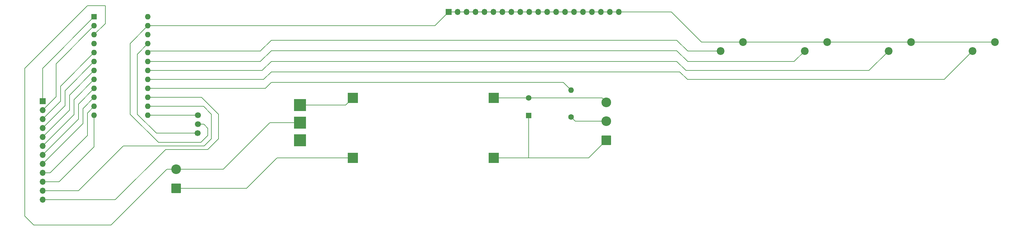
<source format=gtl>
G04 #@! TF.GenerationSoftware,KiCad,Pcbnew,8.0.2*
G04 #@! TF.CreationDate,2024-07-25T20:56:56+08:00*
G04 #@! TF.ProjectId,hitbox,68697462-6f78-42e6-9b69-6361645f7063,rev?*
G04 #@! TF.SameCoordinates,Original*
G04 #@! TF.FileFunction,Copper,L1,Top*
G04 #@! TF.FilePolarity,Positive*
%FSLAX46Y46*%
G04 Gerber Fmt 4.6, Leading zero omitted, Abs format (unit mm)*
G04 Created by KiCad (PCBNEW 8.0.2) date 2024-07-25 20:56:56*
%MOMM*%
%LPD*%
G01*
G04 APERTURE LIST*
G04 Aperture macros list*
%AMRoundRect*
0 Rectangle with rounded corners*
0 $1 Rounding radius*
0 $2 $3 $4 $5 $6 $7 $8 $9 X,Y pos of 4 corners*
0 Add a 4 corners polygon primitive as box body*
4,1,4,$2,$3,$4,$5,$6,$7,$8,$9,$2,$3,0*
0 Add four circle primitives for the rounded corners*
1,1,$1+$1,$2,$3*
1,1,$1+$1,$4,$5*
1,1,$1+$1,$6,$7*
1,1,$1+$1,$8,$9*
0 Add four rect primitives between the rounded corners*
20,1,$1+$1,$2,$3,$4,$5,0*
20,1,$1+$1,$4,$5,$6,$7,0*
20,1,$1+$1,$6,$7,$8,$9,0*
20,1,$1+$1,$8,$9,$2,$3,0*%
G04 Aperture macros list end*
G04 #@! TA.AperFunction,ComponentPad*
%ADD10C,2.200000*%
G04 #@! TD*
G04 #@! TA.AperFunction,ComponentPad*
%ADD11R,1.600000X1.600000*%
G04 #@! TD*
G04 #@! TA.AperFunction,ComponentPad*
%ADD12O,1.600000X1.600000*%
G04 #@! TD*
G04 #@! TA.AperFunction,ComponentPad*
%ADD13R,1.700000X1.700000*%
G04 #@! TD*
G04 #@! TA.AperFunction,ComponentPad*
%ADD14O,1.700000X1.700000*%
G04 #@! TD*
G04 #@! TA.AperFunction,ComponentPad*
%ADD15RoundRect,0.250000X1.125000X-1.125000X1.125000X1.125000X-1.125000X1.125000X-1.125000X-1.125000X0*%
G04 #@! TD*
G04 #@! TA.AperFunction,ComponentPad*
%ADD16C,2.750000*%
G04 #@! TD*
G04 #@! TA.AperFunction,ComponentPad*
%ADD17C,1.600000*%
G04 #@! TD*
G04 #@! TA.AperFunction,ComponentPad*
%ADD18C,1.700000*%
G04 #@! TD*
G04 #@! TA.AperFunction,ComponentPad*
%ADD19R,3.500000X3.500000*%
G04 #@! TD*
G04 #@! TA.AperFunction,ComponentPad*
%ADD20R,3.000000X3.000000*%
G04 #@! TD*
G04 #@! TA.AperFunction,Conductor*
%ADD21C,0.200000*%
G04 #@! TD*
G04 APERTURE END LIST*
D10*
X240897500Y-28080000D03*
X247247500Y-25540000D03*
X169460000Y-28080000D03*
X175810000Y-25540000D03*
X193272500Y-28080000D03*
X199622500Y-25540000D03*
D11*
X-8240000Y-18380000D03*
D12*
X-8240000Y-20920000D03*
X-8240000Y-23460000D03*
X-8240000Y-26000000D03*
X-8240000Y-28540000D03*
X-8240000Y-31080000D03*
X-8240000Y-33620000D03*
X-8240000Y-36160000D03*
X-8240000Y-38700000D03*
X-8240000Y-41240000D03*
X-8240000Y-43780000D03*
X-8240000Y-46320000D03*
X7000000Y-46320000D03*
X7000000Y-43780000D03*
X7000000Y-41240000D03*
X7000000Y-38700000D03*
X7000000Y-36160000D03*
X7000000Y-33620000D03*
X7000000Y-31080000D03*
X7000000Y-28540000D03*
X7000000Y-26000000D03*
X7000000Y-23460000D03*
X7000000Y-20920000D03*
X7000000Y-18380000D03*
D10*
X217085000Y-28080000D03*
X223435000Y-25540000D03*
D13*
X-22860000Y-42300000D03*
D14*
X-22860000Y-44840000D03*
X-22860000Y-47380000D03*
X-22860000Y-49920000D03*
X-22860000Y-52460000D03*
X-22860000Y-55000000D03*
X-22860000Y-57540000D03*
X-22860000Y-60080000D03*
X-22860000Y-62620000D03*
X-22860000Y-65160000D03*
X-22860000Y-67700000D03*
X-22860000Y-70240000D03*
D13*
X92300000Y-17000000D03*
D14*
X94840000Y-17000000D03*
X97380000Y-17000000D03*
X99920000Y-17000000D03*
X102460000Y-17000000D03*
X105000000Y-17000000D03*
X107540000Y-17000000D03*
X110080000Y-17000000D03*
X112620000Y-17000000D03*
X115160000Y-17000000D03*
X117700000Y-17000000D03*
X120240000Y-17000000D03*
X122780000Y-17000000D03*
X125320000Y-17000000D03*
X127860000Y-17000000D03*
X130400000Y-17000000D03*
X132940000Y-17000000D03*
X135480000Y-17000000D03*
X138020000Y-17000000D03*
X140560000Y-17000000D03*
D15*
X15000000Y-67000000D03*
D16*
X15000000Y-61600000D03*
D11*
X115000000Y-46402651D03*
D17*
X115000000Y-41402651D03*
D15*
X137000000Y-53400000D03*
D16*
X137000000Y-48000000D03*
X137000000Y-42600000D03*
D18*
X21100000Y-51400000D03*
X21180000Y-48860000D03*
X21180000Y-46320000D03*
D19*
X50100000Y-53400000D03*
X50100000Y-48400000D03*
X50100000Y-43400000D03*
D20*
X65100000Y-58400000D03*
X65100000Y-41400000D03*
X105100000Y-58400000D03*
X105100000Y-41400000D03*
D17*
X127000000Y-46810000D03*
D12*
X127000000Y-39190000D03*
D21*
X-8240000Y-28540000D02*
X-17780000Y-38080000D01*
X-17780000Y-38080000D02*
X-17780000Y-42300000D01*
X-17780000Y-42300000D02*
X-22860000Y-47380000D01*
X7000000Y-38700000D02*
X7510000Y-38190000D01*
X124810000Y-37000000D02*
X127000000Y-39190000D01*
X40300000Y-38700000D02*
X42000000Y-37000000D01*
X42000000Y-37000000D02*
X124810000Y-37000000D01*
X7000000Y-38700000D02*
X40300000Y-38700000D01*
X-8240000Y-43780000D02*
X-10160000Y-45700000D01*
X-10160000Y-45700000D02*
X-10160000Y-52070000D01*
X-20710000Y-62620000D02*
X-22860000Y-62620000D01*
X-10160000Y-52070000D02*
X-20710000Y-62620000D01*
X-19050000Y-41030000D02*
X-22860000Y-44840000D01*
X-19050000Y-31730000D02*
X-19050000Y-41030000D01*
X-8240000Y-20920000D02*
X-19050000Y-31730000D01*
X-8240000Y-31080000D02*
X-16510000Y-39350000D01*
X-16510000Y-39350000D02*
X-16510000Y-43570000D01*
X-16510000Y-43570000D02*
X-22860000Y-49920000D01*
X-2240000Y-70240000D02*
X-22860000Y-70240000D01*
X27000000Y-53000000D02*
X24000000Y-56000000D01*
X22240000Y-41240000D02*
X27000000Y-46000000D01*
X7000000Y-41240000D02*
X22240000Y-41240000D01*
X12000000Y-56000000D02*
X-2240000Y-70240000D01*
X24000000Y-56000000D02*
X12000000Y-56000000D01*
X27000000Y-46000000D02*
X27000000Y-53000000D01*
X21180000Y-46320000D02*
X7000000Y-46320000D01*
X7400000Y-45920000D02*
X7000000Y-46320000D01*
X42000000Y-28000000D02*
X38920000Y-31080000D01*
X160080000Y-31080000D02*
X157000000Y-28000000D01*
X193272500Y-28080000D02*
X190272500Y-31080000D01*
X38920000Y-31080000D02*
X7000000Y-31080000D01*
X190272500Y-31080000D02*
X160080000Y-31080000D01*
X157000000Y-28000000D02*
X42000000Y-28000000D01*
X23000000Y-55000000D02*
X0Y-55000000D01*
X22780000Y-43780000D02*
X25000000Y-46000000D01*
X25000000Y-46000000D02*
X25000000Y-53000000D01*
X0Y-55000000D02*
X-12700000Y-67700000D01*
X7000000Y-43780000D02*
X22780000Y-43780000D01*
X-12700000Y-67700000D02*
X-22860000Y-67700000D01*
X25000000Y-53000000D02*
X23000000Y-55000000D01*
X157000000Y-25000000D02*
X42000000Y-25000000D01*
X42000000Y-25000000D02*
X39000000Y-28000000D01*
X7460000Y-28080000D02*
X7000000Y-28540000D01*
X169460000Y-28080000D02*
X160080000Y-28080000D01*
X39000000Y-28080000D02*
X7460000Y-28080000D01*
X39000000Y-28000000D02*
X39000000Y-28080000D01*
X160080000Y-28080000D02*
X157000000Y-25000000D01*
X-8255000Y-55245000D02*
X-18170000Y-65160000D01*
X-8255000Y-52705000D02*
X-8255000Y-55245000D01*
X-8240000Y-52690000D02*
X-8255000Y-52705000D01*
X-18170000Y-65160000D02*
X-22860000Y-65160000D01*
X-8240000Y-46320000D02*
X-8240000Y-52690000D01*
X232840000Y-36160000D02*
X233000000Y-36000000D01*
X7000000Y-36160000D02*
X39840000Y-36160000D01*
X160000000Y-36160000D02*
X232840000Y-36160000D01*
X233000000Y-36000000D02*
X233000000Y-35977500D01*
X42000000Y-34000000D02*
X157840000Y-34000000D01*
X39840000Y-36160000D02*
X42000000Y-34000000D01*
X233000000Y-35977500D02*
X240897500Y-28080000D01*
X157840000Y-34000000D02*
X160000000Y-36160000D01*
X-8240000Y-18380000D02*
X-22860000Y-33000000D01*
X-22860000Y-33000000D02*
X-22860000Y-42300000D01*
X211545000Y-33620000D02*
X217085000Y-28080000D01*
X42000000Y-31000000D02*
X157000000Y-31000000D01*
X159620000Y-33620000D02*
X211545000Y-33620000D01*
X7000000Y-33620000D02*
X39380000Y-33620000D01*
X39380000Y-33620000D02*
X42000000Y-31000000D01*
X157000000Y-31000000D02*
X159620000Y-33620000D01*
X65100000Y-58400000D02*
X43600000Y-58400000D01*
X35000000Y-67000000D02*
X15000000Y-67000000D01*
X43600000Y-58400000D02*
X35000000Y-67000000D01*
X135802651Y-41402651D02*
X137000000Y-42600000D01*
X105100000Y-41400000D02*
X114997349Y-41400000D01*
X114997349Y-41400000D02*
X115000000Y-41402651D01*
X115000000Y-41402651D02*
X135802651Y-41402651D01*
X50100000Y-48400000D02*
X41600000Y-48400000D01*
X-5080000Y-15240000D02*
X-5080000Y-20300000D01*
X-27940000Y-74930000D02*
X-27940000Y-33020000D01*
X-27940000Y-33020000D02*
X-10160000Y-15240000D01*
X-10160000Y-15240000D02*
X-5080000Y-15240000D01*
X-5080000Y-20300000D02*
X-8240000Y-23460000D01*
X15000000Y-61600000D02*
X12400000Y-61600000D01*
X41600000Y-48400000D02*
X28400000Y-61600000D01*
X-25400000Y-77470000D02*
X-27940000Y-74930000D01*
X-3470000Y-77470000D02*
X-25400000Y-77470000D01*
X12400000Y-61600000D02*
X-3470000Y-77470000D01*
X28400000Y-61600000D02*
X15000000Y-61600000D01*
X132940000Y-17000000D02*
X130400000Y-17000000D01*
X155460000Y-17000000D02*
X140560000Y-17000000D01*
X2000000Y-46000000D02*
X10000000Y-54000000D01*
X247247500Y-25540000D02*
X223435000Y-25540000D01*
X125320000Y-17000000D02*
X122780000Y-17000000D01*
X122780000Y-17000000D02*
X120240000Y-17000000D01*
X107540000Y-17000000D02*
X110080000Y-17000000D01*
X135480000Y-17000000D02*
X132940000Y-17000000D01*
X138020000Y-17000000D02*
X140160000Y-17000000D01*
X7000000Y-20920000D02*
X2000000Y-25920000D01*
X199622500Y-25540000D02*
X223435000Y-25540000D01*
X88380000Y-20920000D02*
X92300000Y-17000000D01*
X97380000Y-17000000D02*
X94840000Y-17000000D01*
X115160000Y-17000000D02*
X112620000Y-17000000D01*
X105000000Y-17000000D02*
X102460000Y-17000000D01*
X140810000Y-16750000D02*
X140560000Y-17000000D01*
X7000000Y-20920000D02*
X88380000Y-20920000D01*
X22000000Y-54000000D02*
X24000000Y-52000000D01*
X107540000Y-17000000D02*
X105000000Y-17000000D01*
X130400000Y-17000000D02*
X127860000Y-17000000D01*
X112620000Y-17000000D02*
X110080000Y-17000000D01*
X24000000Y-50000000D02*
X22860000Y-48860000D01*
X24000000Y-52000000D02*
X24000000Y-50000000D01*
X127860000Y-17000000D02*
X125320000Y-17000000D01*
X199622500Y-25540000D02*
X175810000Y-25540000D01*
X175810000Y-25540000D02*
X164000000Y-25540000D01*
X164000000Y-25540000D02*
X155460000Y-17000000D01*
X94840000Y-17000000D02*
X92300000Y-17000000D01*
X138020000Y-17000000D02*
X135480000Y-17000000D01*
X102460000Y-17000000D02*
X99920000Y-17000000D01*
X10000000Y-54000000D02*
X22000000Y-54000000D01*
X2000000Y-25920000D02*
X2000000Y-46000000D01*
X120240000Y-17000000D02*
X117700000Y-17000000D01*
X97380000Y-17000000D02*
X99920000Y-17000000D01*
X115160000Y-17000000D02*
X117700000Y-17000000D01*
X22860000Y-48860000D02*
X21180000Y-48860000D01*
X4000000Y-46000000D02*
X9400000Y-51400000D01*
X9400000Y-51400000D02*
X21100000Y-51400000D01*
X7000000Y-26000000D02*
X4000000Y-29000000D01*
X4000000Y-29000000D02*
X4000000Y-46000000D01*
X50100000Y-43400000D02*
X50100000Y-43600000D01*
X50100000Y-43400000D02*
X63100000Y-43400000D01*
X63100000Y-43400000D02*
X65100000Y-41400000D01*
X-8240000Y-41240000D02*
X-11430000Y-44430000D01*
X-11430000Y-44430000D02*
X-11430000Y-48650000D01*
X-11430000Y-48650000D02*
X-22860000Y-60080000D01*
X-15240000Y-40620000D02*
X-15240000Y-44840000D01*
X-15240000Y-44840000D02*
X-22860000Y-52460000D01*
X-8240000Y-33620000D02*
X-15240000Y-40620000D01*
X-12700000Y-47380000D02*
X-22860000Y-57540000D01*
X-12700000Y-43160000D02*
X-12700000Y-47380000D01*
X-8240000Y-38700000D02*
X-12700000Y-43160000D01*
X-13970000Y-41890000D02*
X-13970000Y-46110000D01*
X-8240000Y-36160000D02*
X-13970000Y-41890000D01*
X-13970000Y-46110000D02*
X-22860000Y-55000000D01*
X105100000Y-58400000D02*
X115000000Y-58400000D01*
X115000000Y-58400000D02*
X132000000Y-58400000D01*
X115000000Y-46402651D02*
X115000000Y-58400000D01*
X132000000Y-58400000D02*
X137000000Y-53400000D01*
X127000000Y-46810000D02*
X128190000Y-48000000D01*
X128190000Y-48000000D02*
X137000000Y-48000000D01*
M02*

</source>
